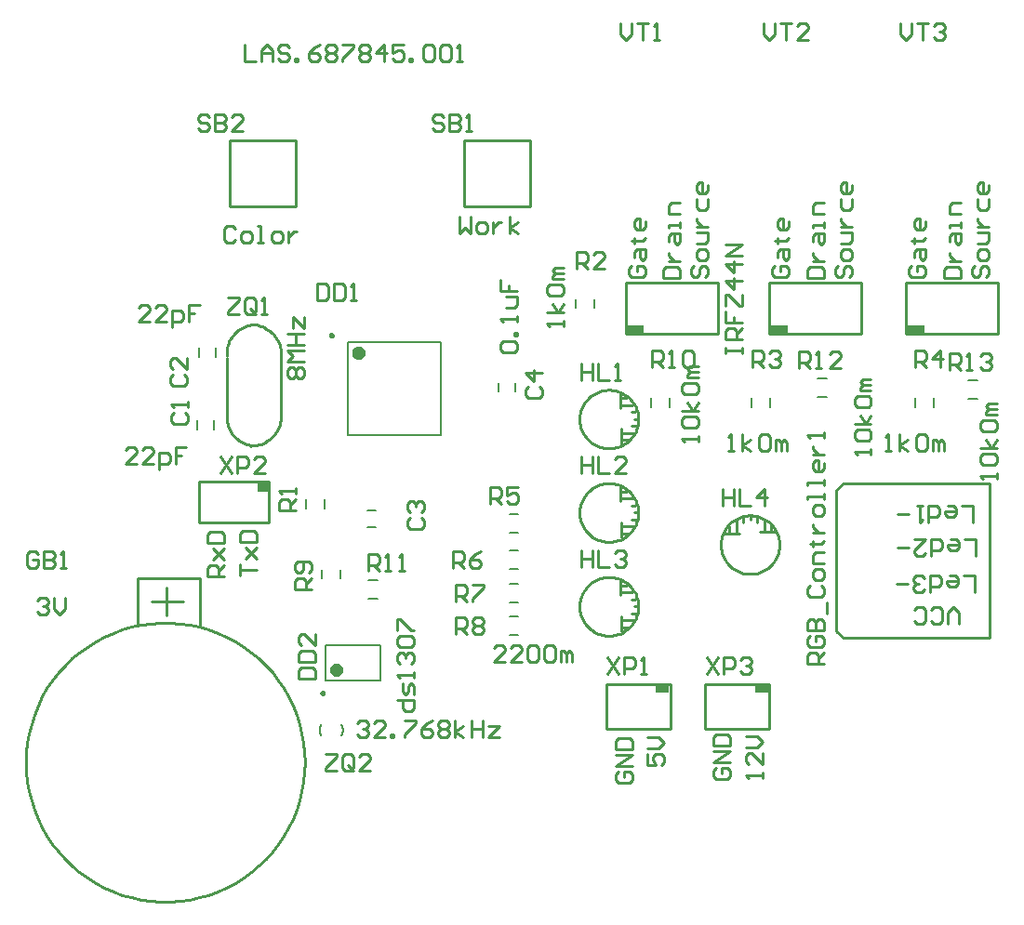
<source format=gto>
%FSTAX24Y24*%
%MOIN*%
%SFA1B1*%

%IPPOS*%
%ADD28C,0.007900*%
%ADD29C,0.023600*%
%ADD30C,0.009800*%
%ADD31C,0.010000*%
%ADD32R,0.040000X0.035000*%
%ADD33R,0.045000X0.025000*%
%ADD34R,0.065000X0.025000*%
%LNpcb181216ver1-1*%
%LPD*%
G54D28*
X01152Y00768D02*
D01*
X011506Y007654*
X011494Y007628*
X011484Y007601*
X011476Y007573*
X01147Y007545*
X011466Y007516*
X011464Y007487*
X011464Y007458*
X011466Y00743*
X01147Y007401*
X011476Y007373*
X011484Y007345*
X011494Y007318*
X011506Y007291*
X01151Y007286*
X012246D02*
D01*
X012258Y007312*
X012268Y007339*
X012277Y007366*
X012283Y007394*
X012288Y007423*
X01229Y007451*
X012291Y00748*
X012289Y007509*
X012286Y007538*
X01228Y007566*
X012273Y007594*
X012263Y007621*
X012252Y007648*
X012239Y007673*
X012236Y00768*
X01322Y012858D02*
X013535D01*
X01322Y012189D02*
X013535D01*
X011543Y012916D02*
Y013231D01*
X012213Y012916D02*
Y013231D01*
X013631Y009243D02*
Y010503D01*
X011663Y009243D02*
Y010503D01*
X013631*
X011663Y009243D02*
X013631D01*
X01827Y010889D02*
X018585D01*
X01827Y011558D02*
X018585D01*
X01827Y012039D02*
X018585D01*
X01827Y012708D02*
X018585D01*
X01827Y013239D02*
X018585D01*
X01827Y013908D02*
X018585D01*
X017883Y019616D02*
Y019931D01*
X018473Y019616D02*
Y019931D01*
X01317Y014757D02*
X013485D01*
X01317Y015348D02*
X013485D01*
X010965Y015433D02*
Y015748D01*
X011634Y015433D02*
Y015748D01*
X007133Y020866D02*
Y021181D01*
X007723Y020866D02*
Y021181D01*
X007673Y018266D02*
Y018581D01*
X007083Y018266D02*
Y018581D01*
X012455Y01805D02*
Y021396D01*
X015801Y01805D02*
Y021396D01*
X012455D02*
X015801D01*
X012455Y01805D02*
X015801D01*
X01827Y014539D02*
X018585D01*
X01827Y015208D02*
X018585D01*
X027613Y019066D02*
Y019381D01*
X026943Y019066D02*
Y019381D01*
X02932Y020089D02*
X029635D01*
X02932Y01942D02*
X029635D01*
X033463Y019066D02*
Y019381D01*
X032793Y019066D02*
Y019381D01*
X03472Y020008D02*
X035035D01*
X03472Y019339D02*
X035035D01*
X020643Y022616D02*
Y022931D01*
X021313Y022616D02*
Y022931D01*
X024013Y019066D02*
Y019381D01*
X023343Y019066D02*
Y019381D01*
G54D29*
X012175Y009637D02*
D01*
X012174Y009645*
X012173Y009653*
X012172Y009661*
X01217Y009669*
X012167Y009677*
X012164Y009684*
X012161Y009692*
X012157Y009699*
X012152Y009706*
X012147Y009712*
X012141Y009718*
X012135Y009724*
X012129Y009729*
X012122Y009734*
X012116Y009739*
X012108Y009743*
X012101Y009746*
X012093Y009749*
X012085Y009751*
X012077Y009753*
X012069Y009754*
X012061Y009754*
X012052*
X012044Y009754*
X012036Y009753*
X012028Y009751*
X01202Y009749*
X012012Y009746*
X012005Y009743*
X011998Y009739*
X011991Y009734*
X011984Y009729*
X011978Y009724*
X011972Y009718*
X011966Y009712*
X011961Y009706*
X011956Y009699*
X011952Y009692*
X011949Y009684*
X011946Y009677*
X011943Y009669*
X011941Y009661*
X01194Y009653*
X011939Y009645*
X011939Y009637*
X011939Y009628*
X01194Y00962*
X011941Y009612*
X011943Y009604*
X011946Y009596*
X011949Y009589*
X011952Y009581*
X011956Y009574*
X011961Y009567*
X011966Y009561*
X011972Y009555*
X011978Y009549*
X011984Y009544*
X011991Y009539*
X011998Y009534*
X012005Y00953*
X012012Y009527*
X01202Y009524*
X012028Y009522*
X012036Y00952*
X012044Y009519*
X012052Y009519*
X012061*
X012069Y009519*
X012077Y00952*
X012085Y009522*
X012093Y009524*
X012101Y009527*
X012108Y00953*
X012116Y009534*
X012122Y009539*
X012129Y009544*
X012135Y009549*
X012141Y009555*
X012147Y009561*
X012152Y009567*
X012157Y009574*
X012161Y009581*
X012164Y009589*
X012167Y009596*
X01217Y009604*
X012172Y009612*
X012173Y00962*
X012174Y009628*
X012175Y009637*
X012967Y021003D02*
D01*
X012966Y021011*
X012965Y021019*
X012964Y021027*
X012962Y021035*
X012959Y021043*
X012956Y02105*
X012953Y021058*
X012949Y021065*
X012944Y021072*
X012939Y021078*
X012933Y021084*
X012927Y02109*
X012921Y021095*
X012914Y0211*
X012908Y021105*
X0129Y021109*
X012893Y021112*
X012885Y021115*
X012877Y021117*
X012869Y021119*
X012861Y02112*
X012853Y02112*
X012844*
X012836Y02112*
X012828Y021119*
X01282Y021117*
X012812Y021115*
X012804Y021112*
X012797Y021109*
X01279Y021105*
X012783Y0211*
X012776Y021095*
X01277Y02109*
X012764Y021084*
X012758Y021078*
X012753Y021072*
X012748Y021065*
X012744Y021058*
X012741Y02105*
X012738Y021043*
X012735Y021035*
X012733Y021027*
X012732Y021019*
X012731Y021011*
X012731Y021003*
X012731Y020994*
X012732Y020986*
X012733Y020978*
X012735Y02097*
X012738Y020962*
X012741Y020955*
X012744Y020947*
X012748Y02094*
X012753Y020933*
X012758Y020927*
X012764Y020921*
X01277Y020915*
X012776Y02091*
X012783Y020905*
X01279Y0209*
X012797Y020896*
X012804Y020893*
X012812Y02089*
X01282Y020888*
X012828Y020886*
X012836Y020885*
X012844Y020885*
X012853*
X012861Y020885*
X012869Y020886*
X012877Y020888*
X012885Y02089*
X012893Y020893*
X0129Y020896*
X012908Y0209*
X012914Y020905*
X012921Y02091*
X012927Y020915*
X012933Y020921*
X012939Y020927*
X012944Y020933*
X012949Y02094*
X012953Y020947*
X012956Y020955*
X012959Y020962*
X012962Y02097*
X012964Y020978*
X012965Y020986*
X012966Y020994*
X012967Y021003*
G54D30*
X011612Y0088D02*
D01*
X011611Y008803*
X011611Y008806*
X01161Y00881*
X01161Y008813*
X011609Y008816*
X011607Y008819*
X011606Y008823*
X011604Y008825*
X011602Y008828*
X0116Y008831*
X011598Y008834*
X011595Y008836*
X011593Y008838*
X01159Y00884*
X011587Y008842*
X011584Y008844*
X011581Y008845*
X011578Y008846*
X011574Y008847*
X011571Y008848*
X011568Y008848*
X011564Y008848*
X011561*
X011557Y008848*
X011554Y008848*
X011551Y008847*
X011547Y008846*
X011544Y008845*
X011541Y008844*
X011538Y008842*
X011535Y00884*
X011532Y008838*
X01153Y008836*
X011527Y008834*
X011525Y008831*
X011523Y008828*
X011521Y008825*
X011519Y008823*
X011518Y008819*
X011516Y008816*
X011515Y008813*
X011515Y00881*
X011514Y008806*
X011514Y008803*
X011514Y0088*
X011514Y008796*
X011514Y008793*
X011515Y008789*
X011515Y008786*
X011516Y008783*
X011518Y00878*
X011519Y008776*
X011521Y008774*
X011523Y008771*
X011525Y008768*
X011527Y008765*
X01153Y008763*
X011532Y008761*
X011535Y008759*
X011538Y008757*
X011541Y008755*
X011544Y008754*
X011547Y008753*
X011551Y008752*
X011554Y008751*
X011557Y008751*
X011561Y008751*
X011564*
X011568Y008751*
X011571Y008751*
X011574Y008752*
X011578Y008753*
X011581Y008754*
X011584Y008755*
X011587Y008757*
X01159Y008759*
X011593Y008761*
X011595Y008763*
X011598Y008765*
X0116Y008768*
X011602Y008771*
X011604Y008774*
X011606Y008776*
X011607Y00878*
X011609Y008783*
X01161Y008786*
X01161Y008789*
X011611Y008793*
X011611Y008796*
X011612Y0088*
X011933Y021633D02*
D01*
X011932Y021636*
X011932Y021639*
X011931Y021643*
X011931Y021646*
X01193Y021649*
X011928Y021652*
X011927Y021656*
X011925Y021658*
X011923Y021661*
X011921Y021664*
X011919Y021667*
X011916Y021669*
X011914Y021671*
X011911Y021673*
X011908Y021675*
X011905Y021677*
X011902Y021678*
X011899Y021679*
X011895Y02168*
X011892Y021681*
X011889Y021681*
X011885Y021681*
X011882*
X011878Y021681*
X011875Y021681*
X011872Y02168*
X011868Y021679*
X011865Y021678*
X011862Y021677*
X011859Y021675*
X011856Y021673*
X011853Y021671*
X011851Y021669*
X011848Y021667*
X011846Y021664*
X011844Y021661*
X011842Y021658*
X01184Y021656*
X011839Y021652*
X011837Y021649*
X011836Y021646*
X011836Y021643*
X011835Y021639*
X011835Y021636*
X011835Y021633*
X011835Y021629*
X011835Y021626*
X011836Y021622*
X011836Y021619*
X011837Y021616*
X011839Y021613*
X01184Y021609*
X011842Y021607*
X011844Y021604*
X011846Y021601*
X011848Y021598*
X011851Y021596*
X011853Y021594*
X011856Y021592*
X011859Y02159*
X011862Y021588*
X011865Y021587*
X011868Y021586*
X011872Y021585*
X011875Y021584*
X011878Y021584*
X011882Y021584*
X011885*
X011889Y021584*
X011892Y021584*
X011895Y021585*
X011899Y021586*
X011902Y021587*
X011905Y021588*
X011908Y02159*
X011911Y021592*
X011914Y021594*
X011916Y021596*
X011919Y021598*
X011921Y021601*
X011923Y021604*
X011925Y021607*
X011927Y021609*
X011928Y021613*
X01193Y021616*
X011931Y021619*
X011931Y021622*
X011932Y021626*
X011932Y021629*
X011933Y021633*
G54D31*
X010928Y006323D02*
D01*
X010915Y006671*
X010879Y007018*
X010818Y007362*
X010734Y007701*
X010626Y008033*
X010495Y008356*
X010342Y00867*
X010168Y008972*
X009973Y009261*
X009758Y009536*
X009524Y009796*
X009273Y010038*
X009006Y010263*
X008723Y010468*
X008428Y010653*
X008119Y010816*
X007801Y010958*
X007473Y011078*
X007137Y011174*
X006796Y011247*
X00645Y011295*
X006102Y011319*
X005753*
X005405Y011295*
X005059Y011247*
X004718Y011174*
X004382Y011078*
X004054Y010958*
X003736Y010816*
X003427Y010653*
X003132Y010468*
X002849Y010263*
X002582Y010038*
X002331Y009796*
X002097Y009536*
X001882Y009261*
X001687Y008972*
X001513Y00867*
X00136Y008356*
X001229Y008033*
X001121Y007701*
X001037Y007362*
X000976Y007018*
X00094Y006671*
X000928Y006323*
X00094Y005974*
X000976Y005627*
X001037Y005283*
X001121Y004944*
X001229Y004612*
X00136Y004289*
X001513Y003975*
X001687Y003673*
X001882Y003384*
X002097Y003109*
X002331Y002849*
X002582Y002607*
X002849Y002382*
X003132Y002177*
X003428Y001992*
X003736Y001829*
X004054Y001687*
X004382Y001567*
X004718Y001471*
X005059Y001398*
X005405Y00135*
X005753Y001326*
X006102*
X00645Y00135*
X006796Y001398*
X007137Y001471*
X007473Y001567*
X007801Y001687*
X008119Y001829*
X008428Y001992*
X008723Y002177*
X009006Y002382*
X009273Y002607*
X009524Y002849*
X009758Y003109*
X009973Y003384*
X010168Y003673*
X010342Y003975*
X010495Y004289*
X010626Y004612*
X010734Y004944*
X010818Y005283*
X010879Y005627*
X010915Y005974*
X010928Y006323*
X022879Y018623D02*
D01*
X022876Y018696*
X022868Y018769*
X022856Y018841*
X022838Y018912*
X022815Y018982*
X022788Y01905*
X022755Y019116*
X022719Y019179*
X022678Y01924*
X022633Y019298*
X022584Y019353*
X022531Y019404*
X022475Y019451*
X022415Y019494*
X022353Y019533*
X022288Y019567*
X022221Y019597*
X022152Y019622*
X022082Y019642*
X02201Y019658*
X021937Y019668*
X021864Y019673*
X021791*
X021718Y019668*
X021645Y019658*
X021573Y019642*
X021503Y019622*
X021434Y019597*
X021367Y019567*
X021302Y019533*
X02124Y019494*
X02118Y019451*
X021124Y019404*
X021071Y019353*
X021022Y019298*
X020977Y01924*
X020936Y019179*
X0209Y019116*
X020867Y01905*
X02084Y018982*
X020817Y018912*
X020799Y018841*
X020787Y018769*
X020779Y018696*
X020777Y018623*
X020779Y018549*
X020787Y018476*
X020799Y018404*
X020817Y018333*
X02084Y018263*
X020867Y018195*
X0209Y018129*
X020936Y018066*
X020977Y018005*
X021022Y017947*
X021071Y017892*
X021124Y017841*
X02118Y017794*
X02124Y017751*
X021302Y017712*
X021367Y017678*
X021434Y017648*
X021503Y017623*
X021573Y017603*
X021645Y017587*
X021718Y017577*
X021791Y017572*
X021864*
X021937Y017577*
X02201Y017587*
X022082Y017603*
X022152Y017623*
X022221Y017648*
X022288Y017678*
X022353Y017712*
X022415Y017751*
X022475Y017794*
X022531Y017841*
X022584Y017892*
X022633Y017947*
X022678Y018005*
X022719Y018066*
X022755Y018129*
X022788Y018195*
X022815Y018263*
X022838Y018333*
X022856Y018404*
X022868Y018476*
X022876Y018549*
X022879Y018623*
Y015273D02*
D01*
X022876Y015346*
X022868Y015419*
X022856Y015491*
X022838Y015562*
X022815Y015632*
X022788Y0157*
X022755Y015766*
X022719Y015829*
X022678Y01589*
X022633Y015948*
X022584Y016003*
X022531Y016054*
X022475Y016101*
X022415Y016144*
X022353Y016183*
X022288Y016217*
X022221Y016247*
X022152Y016272*
X022082Y016292*
X02201Y016308*
X021937Y016318*
X021864Y016323*
X021791*
X021718Y016318*
X021645Y016308*
X021573Y016292*
X021503Y016272*
X021434Y016247*
X021367Y016217*
X021302Y016183*
X02124Y016144*
X02118Y016101*
X021124Y016054*
X021071Y016003*
X021022Y015948*
X020977Y01589*
X020936Y015829*
X0209Y015766*
X020867Y0157*
X02084Y015632*
X020817Y015562*
X020799Y015491*
X020787Y015419*
X020779Y015346*
X020777Y015273*
X020779Y015199*
X020787Y015126*
X020799Y015054*
X020817Y014983*
X02084Y014913*
X020867Y014845*
X0209Y014779*
X020936Y014716*
X020977Y014655*
X021022Y014597*
X021071Y014542*
X021124Y014491*
X02118Y014444*
X02124Y014401*
X021302Y014362*
X021367Y014328*
X021434Y014298*
X021503Y014273*
X021573Y014253*
X021645Y014237*
X021718Y014227*
X021791Y014222*
X021864*
X021937Y014227*
X02201Y014237*
X022082Y014253*
X022152Y014273*
X022221Y014298*
X022288Y014328*
X022353Y014362*
X022415Y014401*
X022475Y014444*
X022531Y014491*
X022584Y014542*
X022633Y014597*
X022678Y014655*
X022719Y014716*
X022755Y014779*
X022788Y014845*
X022815Y014913*
X022838Y014983*
X022856Y015054*
X022868Y015126*
X022876Y015199*
X022879Y015273*
Y01191D02*
D01*
X022876Y011983*
X022868Y012056*
X022856Y012128*
X022838Y012199*
X022815Y012269*
X022788Y012337*
X022755Y012403*
X022719Y012466*
X022678Y012527*
X022633Y012585*
X022584Y01264*
X022531Y012691*
X022475Y012738*
X022415Y012781*
X022353Y01282*
X022288Y012854*
X022221Y012884*
X022152Y012909*
X022082Y012929*
X02201Y012945*
X021937Y012955*
X021864Y01296*
X021791*
X021718Y012955*
X021645Y012945*
X021573Y012929*
X021503Y012909*
X021434Y012884*
X021367Y012854*
X021302Y01282*
X02124Y012781*
X02118Y012738*
X021124Y012691*
X021071Y01264*
X021022Y012585*
X020977Y012527*
X020936Y012466*
X0209Y012403*
X020867Y012337*
X02084Y012269*
X020817Y012199*
X020799Y012128*
X020787Y012056*
X020779Y011983*
X020777Y01191*
X020779Y011836*
X020787Y011763*
X020799Y011691*
X020817Y01162*
X02084Y01155*
X020867Y011482*
X0209Y011416*
X020936Y011353*
X020977Y011292*
X021022Y011234*
X021071Y011179*
X021124Y011128*
X02118Y011081*
X02124Y011038*
X021302Y010999*
X021367Y010965*
X021434Y010935*
X021503Y01091*
X021573Y01089*
X021645Y010874*
X021718Y010864*
X021791Y010859*
X021864*
X021937Y010864*
X02201Y010874*
X022082Y01089*
X022152Y01091*
X022221Y010935*
X022288Y010965*
X022353Y010999*
X022415Y011038*
X022475Y011081*
X022531Y011128*
X022584Y011179*
X022633Y011234*
X022678Y011292*
X022719Y011353*
X022755Y011416*
X022788Y011482*
X022815Y01155*
X022838Y01162*
X022856Y011691*
X022868Y011763*
X022876Y011836*
X022879Y01191*
X009078Y022023D02*
D01*
X009004Y022013*
X008932Y021998*
X008861Y021979*
X008792Y021954*
X008724Y021925*
X008659Y021891*
X008596Y021853*
X008536Y02181*
X008479Y021763*
X008426Y021713*
X008376Y021658*
X00833Y021601*
X008289Y02154*
X008251Y021477*
X008218Y021411*
X00819Y021343*
X008166Y021273*
X008148Y021202*
X008134Y021129*
X008126Y021056*
X008123Y020983*
X008125Y020909*
X008128Y020873*
X010078Y020823D02*
D01*
X010082Y020899*
X010081Y020977*
X010074Y021053*
X010062Y02113*
X010045Y021205*
X010023Y021279*
X009996Y021351*
X009963Y021421*
X009926Y021488*
X009884Y021553*
X009838Y021615*
X009788Y021673*
X009734Y021728*
X009676Y021779*
X009614Y021825*
X00955Y021867*
X009482Y021905*
X009413Y021938*
X009341Y021966*
X009267Y021988*
X009192Y022006*
X009116Y022018*
X009039Y022025*
X008978Y022028*
Y017669D02*
D01*
X009055Y017671*
X009131Y017679*
X009207Y017693*
X009282Y017711*
X009355Y017735*
X009427Y017764*
X009496Y017798*
X009563Y017836*
X009627Y01788*
X009688Y017927*
X009745Y017979*
X009799Y018034*
X009848Y018093*
X009894Y018156*
X009934Y018221*
X009971Y018289*
X010002Y01836*
X010028Y018432*
X01005Y018506*
X010066Y018582*
X010076Y018658*
X010082Y018735*
Y018812*
X010078Y018873*
X008128Y018823D02*
D01*
X008123Y018749*
X008124Y018675*
X00813Y018602*
X008141Y018529*
X008157Y018457*
X008178Y018387*
X008203Y018318*
X008234Y018251*
X008269Y018186*
X008309Y018124*
X008353Y018065*
X008401Y018009*
X008452Y017957*
X008507Y017908*
X008566Y017863*
X008627Y017823*
X008691Y017786*
X008758Y017755*
X008826Y017728*
X008897Y017706*
X008968Y017689*
X009041Y017677*
X009078Y017673*
X027941Y014122D02*
D01*
X027938Y014195*
X02793Y014268*
X027918Y01434*
X0279Y014411*
X027877Y014481*
X02785Y014549*
X027817Y014615*
X027781Y014678*
X02774Y014739*
X027695Y014797*
X027646Y014852*
X027593Y014903*
X027537Y01495*
X027477Y014993*
X027415Y015032*
X02735Y015066*
X027283Y015096*
X027214Y015121*
X027144Y015141*
X027072Y015157*
X026999Y015167*
X026926Y015172*
X026853*
X02678Y015167*
X026707Y015157*
X026635Y015141*
X026565Y015121*
X026496Y015096*
X026429Y015066*
X026364Y015032*
X026302Y014993*
X026242Y01495*
X026186Y014903*
X026133Y014852*
X026084Y014797*
X026039Y014739*
X025998Y014678*
X025962Y014615*
X025929Y014549*
X025902Y014481*
X025879Y014411*
X025861Y01434*
X025849Y014268*
X025841Y014195*
X025839Y014122*
X025841Y014048*
X025849Y013975*
X025861Y013903*
X025879Y013832*
X025902Y013762*
X025929Y013694*
X025962Y013628*
X025998Y013565*
X026039Y013504*
X026084Y013446*
X026133Y013391*
X026186Y01334*
X026242Y013293*
X026302Y01325*
X026364Y013211*
X026429Y013177*
X026496Y013147*
X026565Y013122*
X026635Y013102*
X026707Y013086*
X02678Y013076*
X026853Y013071*
X026926*
X026999Y013076*
X027072Y013086*
X027144Y013102*
X027214Y013122*
X027283Y013147*
X02735Y013177*
X027415Y013211*
X027477Y01325*
X027537Y013293*
X027593Y01334*
X027646Y013391*
X027695Y013446*
X02774Y013504*
X027781Y013565*
X027817Y013628*
X02785Y013694*
X027877Y013762*
X0279Y013832*
X027918Y013903*
X02793Y013975*
X027938Y014048*
X027941Y014122*
X029978Y011023D02*
Y016023D01*
Y016073*
X030228Y016323*
X035478*
Y010773D02*
Y016323D01*
X030228Y010773D02*
X035478D01*
X029978Y011023D02*
X030228Y010773D01*
X007128Y014923D02*
X009628D01*
X007128D02*
Y016373D01*
X009628*
Y014923D02*
Y016373D01*
X021728Y007523D02*
X024028D01*
X021728D02*
Y009123D01*
X024028*
Y007523D02*
Y009123D01*
X004928Y011223D02*
Y012923D01*
X007178*
Y011173D02*
Y012923D01*
X005428Y012073D02*
X006578D01*
X005978Y011573D02*
Y012573D01*
X025278Y007523D02*
X027578D01*
X025278D02*
Y009123D01*
X027578*
Y007523D02*
Y009123D01*
X022228Y019373D02*
X022478D01*
X022228Y019123D02*
X022678D01*
X022628Y018873D02*
X022778D01*
X022728Y018623D02*
X022879D01*
X022628Y018373D02*
X022828D01*
X022328Y018123D02*
X022728D01*
X022278Y017873D02*
X022528D01*
X022278Y017723D02*
Y018273D01*
X022228Y019023D02*
Y019573D01*
Y016023D02*
X022478D01*
X022228Y015773D02*
X022678D01*
X022628Y015523D02*
X022778D01*
X022728Y015273D02*
X022879D01*
X022628Y015023D02*
X022828D01*
X022328Y014773D02*
X022728D01*
X022278Y014523D02*
X022528D01*
X022278Y014373D02*
Y014923D01*
X022228Y015673D02*
Y016223D01*
Y01266D02*
X022478D01*
X022228Y01241D02*
X022678D01*
X022628Y01216D02*
X022778D01*
X022728Y01191D02*
X022879D01*
X022628Y01166D02*
X022828D01*
X022328Y01141D02*
X022728D01*
X022278Y01116D02*
X022528D01*
X022278Y01101D02*
Y01156D01*
X022228Y01231D02*
Y01286D01*
X010078Y018873D02*
Y020873D01*
X008128Y018823D02*
Y020823D01*
X02614Y014522D02*
Y014772D01*
X02639Y014972D02*
Y014522D01*
X02664Y014922D02*
Y015072D01*
X02689Y015022D02*
Y015173D01*
X02714Y014922D02*
Y015122D01*
X02739Y014622D02*
Y015022D01*
X02764Y014822D02*
Y014572D01*
X02724D02*
X02779D01*
X02594Y014522D02*
X02649D01*
X027578Y023523D02*
X028778D01*
X027578Y021673D02*
Y023523D01*
Y021673D02*
X030878D01*
Y023523*
X028778D02*
X030878D01*
X016647Y026242D02*
X017828D01*
X019009*
Y028604D02*
Y027423D01*
Y026242D02*
Y027423D01*
X016647Y028604D02*
X017828D01*
X019009*
X016647Y026242D02*
Y027423D01*
Y028604*
X009428D02*
X010609D01*
X008247D02*
X009428D01*
X008247Y027423D02*
Y026242D01*
Y027423D02*
Y028604D01*
X009428Y026242D02*
X010609D01*
X008247D02*
X009428D01*
X010609Y027423D02*
Y028604D01*
Y026242D02*
Y027423D01*
X032478Y023523D02*
X033678D01*
X032478Y021673D02*
Y023523D01*
Y021673D02*
X035778D01*
Y023523*
X033678D02*
X035778D01*
X022428D02*
X023628D01*
X022428Y021673D02*
Y023523D01*
Y021673D02*
X025728D01*
Y023523*
X023628D02*
X025728D01*
X013189Y013189D02*
Y013789D01*
X013489*
X013589Y013689*
Y013489*
X013489Y013389*
X013189*
X013389D02*
X013589Y013189D01*
X013789D02*
X013989D01*
X013889*
Y013789*
X013789Y013689*
X014289Y013189D02*
X014489D01*
X014389*
Y013789*
X014289Y013689*
X011178Y012523D02*
X010578D01*
Y012823*
X010678Y012923*
X010878*
X010978Y012823*
Y012523*
Y012723D02*
X011178Y012923D01*
X011078Y013123D02*
X011178Y013223D01*
Y013423*
X011078Y013523*
X010678*
X010578Y013423*
Y013223*
X010678Y013123*
X010778*
X010878Y013223*
Y013523*
X011678Y006623D02*
X012078D01*
Y006523*
X011678Y006123*
Y006023*
X012078*
X012678Y006123D02*
Y006523D01*
X012578Y006623*
X012378*
X012278Y006523*
Y006123*
X012378Y006023*
X012578*
X012478Y006223D02*
X012678Y006023D01*
X012578D02*
X012678Y006123D01*
X013277Y006023D02*
X012878D01*
X013277Y006423*
Y006523*
X013177Y006623*
X012978*
X012878Y006523*
X008173Y022978D02*
X008573D01*
Y022878*
X008173Y022478*
Y022378*
X008573*
X009173Y022478D02*
Y022878D01*
X009073Y022978*
X008873*
X008773Y022878*
Y022478*
X008873Y022378*
X009073*
X008973Y022578D02*
X009173Y022378D01*
X009073D02*
X009173Y022478D01*
X009373Y022378D02*
X009572D01*
X009473*
Y022978*
X009373Y022878*
X025328Y010073D02*
X025728Y009473D01*
Y010073D02*
X025328Y009473D01*
X025928D02*
Y010073D01*
X026228*
X026328Y009973*
Y009773*
X026228Y009673*
X025928*
X026528Y009973D02*
X026628Y010073D01*
X026827*
X026927Y009973*
Y009873*
X026827Y009773*
X026727*
X026827*
X026927Y009673*
Y009573*
X026827Y009473*
X026628*
X026528Y009573*
X007913Y017293D02*
X008313Y016693D01*
Y017293D02*
X007913Y016693D01*
X008513D02*
Y017293D01*
X008813*
X008913Y017193*
Y016993*
X008813Y016893*
X008513*
X009513Y016693D02*
X009113D01*
X009513Y017093*
Y017193*
X009413Y017293*
X009213*
X009113Y017193*
X021778Y010073D02*
X022178Y009473D01*
Y010073D02*
X021778Y009473D01*
X022378D02*
Y010073D01*
X022678*
X022778Y009973*
Y009773*
X022678Y009673*
X022378*
X022978Y009473D02*
X023177D01*
X023078*
Y010073*
X022978Y009973*
X032283Y032818D02*
Y032418D01*
X032483Y032218*
X032683Y032418*
Y032818*
X032883D02*
X033283D01*
X033083*
Y032218*
X033483Y032718D02*
X033583Y032818D01*
X033782*
X033882Y032718*
Y032618*
X033782Y032518*
X033682*
X033782*
X033882Y032418*
Y032318*
X033782Y032218*
X033583*
X033483Y032318*
X027383Y032818D02*
Y032418D01*
X027583Y032218*
X027783Y032418*
Y032818*
X027983D02*
X028383D01*
X028183*
Y032218*
X028982D02*
X028583D01*
X028982Y032618*
Y032718*
X028882Y032818*
X028683*
X028583Y032718*
X022233Y032818D02*
Y032418D01*
X022433Y032218*
X022633Y032418*
Y032818*
X022833D02*
X023233D01*
X023033*
Y032218*
X023433D02*
X023633D01*
X023533*
Y032818*
X023433Y032718*
X007498Y029453D02*
X007398Y029553D01*
X007198*
X007098Y029453*
Y029353*
X007198Y029253*
X007398*
X007498Y029153*
Y029053*
X007398Y028953*
X007198*
X007098Y029053*
X007698Y029553D02*
Y028953D01*
X007998*
X008098Y029053*
Y029153*
X007998Y029253*
X007698*
X007998*
X008098Y029353*
Y029453*
X007998Y029553*
X007698*
X008697Y028953D02*
X008298D01*
X008697Y029353*
Y029453*
X008597Y029553*
X008398*
X008298Y029453*
X015898D02*
X015798Y029553D01*
X015598*
X015498Y029453*
Y029353*
X015598Y029253*
X015798*
X015898Y029153*
Y029053*
X015798Y028953*
X015598*
X015498Y029053*
X016098Y029553D02*
Y028953D01*
X016398*
X016498Y029053*
Y029153*
X016398Y029253*
X016098*
X016398*
X016498Y029353*
Y029453*
X016398Y029553*
X016098*
X016698Y028953D02*
X016897D01*
X016798*
Y029553*
X016698Y029453*
X029528Y009843D02*
X028928D01*
Y010142*
X029028Y010242*
X029228*
X029328Y010142*
Y009843*
Y010042D02*
X029528Y010242D01*
X029028Y010842D02*
X028928Y010742D01*
Y010542*
X029028Y010442*
X029428*
X029528Y010542*
Y010742*
X029428Y010842*
X029228*
Y010642*
X028928Y011042D02*
X029528D01*
Y011342*
X029428Y011442*
X029328*
X029228Y011342*
Y011042*
Y011342*
X029128Y011442*
X029028*
X028928Y011342*
Y011042*
X029628Y011642D02*
Y012042D01*
X029028Y012642D02*
X028928Y012542D01*
Y012342*
X029028Y012242*
X029428*
X029528Y012342*
Y012542*
X029428Y012642*
X029528Y012942D02*
Y013141D01*
X029428Y013241*
X029228*
X029128Y013141*
Y012942*
X029228Y012842*
X029428*
X029528Y012942*
Y013441D02*
X029128D01*
Y013741*
X029228Y013841*
X029528*
X029028Y014141D02*
X029128D01*
Y014041*
Y014241*
Y014141*
X029428*
X029528Y014241*
X029128Y014541D02*
X029528D01*
X029328*
X029228Y014641*
X029128Y014741*
Y014841*
X029528Y015241D02*
Y015441D01*
X029428Y015541*
X029228*
X029128Y015441*
Y015241*
X029228Y015141*
X029428*
X029528Y015241*
Y015741D02*
Y015941D01*
Y015841*
X028928*
Y015741*
X029528Y01624D02*
Y01644D01*
Y01634*
X028928*
Y01624*
X029528Y01704D02*
Y01684D01*
X029428Y01674*
X029228*
X029128Y01684*
Y01704*
X029228Y01714*
X029328*
Y01674*
X029128Y01734D02*
X029528D01*
X029328*
X029228Y01744*
X029128Y01754*
Y01764*
X029528Y01794D02*
Y01814D01*
Y01804*
X028928*
X029028Y01794*
X034028Y020383D02*
Y020983D01*
X034328*
X034428Y020883*
Y020683*
X034328Y020583*
X034028*
X034228D02*
X034428Y020383D01*
X034628D02*
X034828D01*
X034728*
Y020983*
X034628Y020883*
X035128D02*
X035228Y020983D01*
X035427*
X035527Y020883*
Y020783*
X035427Y020683*
X035328*
X035427*
X035527Y020583*
Y020483*
X035427Y020383*
X035228*
X035128Y020483*
X028628Y020465D02*
Y021065D01*
X028928*
X029028Y020965*
Y020765*
X028928Y020665*
X028628*
X028828D02*
X029028Y020465D01*
X029228D02*
X029428D01*
X029328*
Y021065*
X029228Y020965*
X030127Y020465D02*
X029728D01*
X030127Y020865*
Y020965*
X030027Y021065*
X029828*
X029728Y020965*
X023368Y020473D02*
Y021073D01*
X023668*
X023768Y020973*
Y020773*
X023668Y020673*
X023368*
X023568D02*
X023768Y020473D01*
X023968D02*
X024168D01*
X024068*
Y021073*
X023968Y020973*
X024468D02*
X024568Y021073D01*
X024767*
X024867Y020973*
Y020573*
X024767Y020473*
X024568*
X024468Y020573*
Y020973*
X016328Y010923D02*
Y011523D01*
X016628*
X016728Y011423*
Y011223*
X016628Y011123*
X016328*
X016528D02*
X016728Y010923D01*
X016928Y011423D02*
X017028Y011523D01*
X017228*
X017328Y011423*
Y011323*
X017228Y011223*
X017328Y011123*
Y011023*
X017228Y010923*
X017028*
X016928Y011023*
Y011123*
X017028Y011223*
X016928Y011323*
Y011423*
X017028Y011223D02*
X017228D01*
X016328Y012073D02*
Y012673D01*
X016628*
X016728Y012573*
Y012373*
X016628Y012273*
X016328*
X016528D02*
X016728Y012073D01*
X016928Y012673D02*
X017328D01*
Y012573*
X016928Y012173*
Y012073*
X016228Y013273D02*
Y013873D01*
X016528*
X016628Y013773*
Y013573*
X016528Y013473*
X016228*
X016428D02*
X016628Y013273D01*
X017228Y013873D02*
X017028Y013773D01*
X016828Y013573*
Y013373*
X016928Y013273*
X017128*
X017228Y013373*
Y013473*
X017128Y013573*
X016828*
X017578Y015583D02*
Y016183D01*
X017878*
X017978Y016083*
Y015883*
X017878Y015783*
X017578*
X017778D02*
X017978Y015583D01*
X018578Y016183D02*
X018178D01*
Y015883*
X018378Y015983*
X018478*
X018578Y015883*
Y015683*
X018478Y015583*
X018278*
X018178Y015683*
X032818Y020473D02*
Y021073D01*
X033118*
X033218Y020973*
Y020773*
X033118Y020673*
X032818*
X033018D02*
X033218Y020473D01*
X033718D02*
Y021073D01*
X033418Y020773*
X033818*
X026968Y020473D02*
Y021073D01*
X027268*
X027368Y020973*
Y020773*
X027268Y020673*
X026968*
X027168D02*
X027368Y020473D01*
X027568Y020973D02*
X027668Y021073D01*
X027868*
X027968Y020973*
Y020873*
X027868Y020773*
X027768*
X027868*
X027968Y020673*
Y020573*
X027868Y020473*
X027668*
X027568Y020573*
X020668Y024023D02*
Y024623D01*
X020968*
X021068Y024523*
Y024323*
X020968Y024223*
X020668*
X020868D02*
X021068Y024023D01*
X021668D02*
X021268D01*
X021668Y024423*
Y024523*
X021568Y024623*
X021368*
X021268Y024523*
X010599Y015341D02*
X009999D01*
Y01564*
X010099Y01574*
X010299*
X010399Y01564*
Y015341*
Y01554D02*
X010599Y01574D01*
Y01594D02*
Y01614D01*
Y01604*
X009999*
X010099Y01594*
X025893Y016126D02*
Y015526D01*
Y015826*
X026293*
Y016126*
Y015526*
X026493Y016126D02*
Y015526D01*
X026893*
X027392D02*
Y016126D01*
X027093Y015826*
X027492*
X020823Y013915D02*
Y013315D01*
Y013615*
X021223*
Y013915*
Y013315*
X021423Y013915D02*
Y013315D01*
X021823*
X022023Y013815D02*
X022123Y013915D01*
X022322*
X022422Y013815*
Y013715*
X022322Y013615*
X022222*
X022322*
X022422Y013515*
Y013415*
X022322Y013315*
X022123*
X022023Y013415*
X020823Y017278D02*
Y016678D01*
Y016978*
X021223*
Y017278*
Y016678*
X021423Y017278D02*
Y016678D01*
X021823*
X022422D02*
X022023D01*
X022422Y017078*
Y017178*
X022322Y017278*
X022123*
X022023Y017178*
X020823Y020628D02*
Y020028D01*
Y020328*
X021223*
Y020628*
Y020028*
X021423Y020628D02*
Y020028D01*
X021823*
X022023D02*
X022222D01*
X022123*
Y020628*
X022023Y020528*
X001373Y013778D02*
X001273Y013878D01*
X001073*
X000973Y013778*
Y013378*
X001073Y013278*
X001273*
X001373Y013378*
Y013578*
X001173*
X001573Y013878D02*
Y013278D01*
X001873*
X001973Y013378*
Y013478*
X001873Y013578*
X001573*
X001873*
X001973Y013678*
Y013778*
X001873Y013878*
X001573*
X002173Y013278D02*
X002373D01*
X002273*
Y013878*
X002173Y013778*
X010697Y009323D02*
X011297D01*
Y009623*
X011197Y009723*
X010797*
X010697Y009623*
Y009323*
Y009923D02*
X011297D01*
Y010223*
X011197Y010323*
X010797*
X010697Y010223*
Y009923*
X011297Y010923D02*
Y010523D01*
X010897Y010923*
X010797*
X010697Y010823*
Y010623*
X010797Y010523*
X011378Y023473D02*
Y022873D01*
X011678*
X011778Y022973*
Y023373*
X011678Y023473*
X011378*
X011978D02*
Y022873D01*
X012278*
X012378Y022973*
Y023373*
X012278Y023473*
X011978*
X012578Y022873D02*
X012778D01*
X012678*
Y023473*
X012578Y023373*
X018928Y019773D02*
X018828Y019673D01*
Y019473*
X018928Y019373*
X019328*
X019428Y019473*
Y019673*
X019328Y019773*
X019428Y020273D02*
X018828D01*
X019128Y019973*
Y020373*
X014697Y015085D02*
X014597Y014985D01*
Y014785*
X014697Y014685*
X015097*
X015197Y014785*
Y014985*
X015097Y015085*
X014697Y015285D02*
X014597Y015385D01*
Y015585*
X014697Y015685*
X014797*
X014897Y015585*
Y015485*
Y015585*
X014997Y015685*
X015097*
X015197Y015585*
Y015385*
X015097Y015285*
X006193Y020203D02*
X006093Y020103D01*
Y019903*
X006193Y019803*
X006593*
X006693Y019903*
Y020103*
X006593Y020203*
X006693Y020803D02*
Y020403D01*
X006293Y020803*
X006193*
X006093Y020703*
Y020503*
X006193Y020403*
X006232Y018864D02*
X006132Y018764D01*
Y018565*
X006232Y018465*
X006632*
X006732Y018565*
Y018764*
X006632Y018864*
X006732Y019064D02*
Y019264D01*
Y019164*
X006132*
X006232Y019064*
X034878Y014923D02*
Y015523D01*
X034478*
X033978D02*
X034178D01*
X034278Y015423*
Y015223*
X034178Y015123*
X033978*
X033878Y015223*
Y015323*
X034278*
X033278Y014923D02*
Y015523D01*
X033578*
X033678Y015423*
Y015223*
X033578Y015123*
X033278*
X033079Y015523D02*
X032879D01*
X032979*
Y014923*
X033079Y015023*
X032579Y015223D02*
X032179D01*
X034978Y013723D02*
Y014323D01*
X034578*
X034078D02*
X034278D01*
X034378Y014223*
Y014023*
X034278Y013923*
X034078*
X033978Y014023*
Y014123*
X034378*
X033378Y013723D02*
Y014323D01*
X033678*
X033778Y014223*
Y014023*
X033678Y013923*
X033378*
X032779Y014323D02*
X033179D01*
X032779Y013923*
Y013823*
X032879Y013723*
X033079*
X033179Y013823*
X032579Y014023D02*
X032179D01*
X034928Y012423D02*
Y013023D01*
X034528*
X034028D02*
X034228D01*
X034328Y012923*
Y012723*
X034228Y012623*
X034028*
X033928Y012723*
Y012823*
X034328*
X033328Y012423D02*
Y013023D01*
X033628*
X033728Y012923*
Y012723*
X033628Y012623*
X033328*
X033129Y012523D02*
X033029Y012423D01*
X032829*
X032729Y012523*
Y012623*
X032829Y012723*
X032929*
X032829*
X032729Y012823*
Y012923*
X032829Y013023*
X033029*
X033129Y012923*
X032529Y012723D02*
X032129D01*
X034378Y011273D02*
Y011673D01*
X034178Y011873*
X033978Y011673*
Y011273*
X033378Y011373D02*
X033478Y011273D01*
X033678*
X033778Y011373*
Y011773*
X033678Y011873*
X033478*
X033378Y011773*
X032778Y011373D02*
X032878Y011273D01*
X033078*
X033178Y011373*
Y011773*
X033078Y011873*
X032878*
X032778Y011773*
X030028Y024123D02*
X029928Y024023D01*
Y023823*
X030028Y023723*
X030128*
X030228Y023823*
Y024023*
X030328Y024123*
X030428*
X030528Y024023*
Y023823*
X030428Y023723*
X030528Y024423D02*
Y024623D01*
X030428Y024723*
X030228*
X030128Y024623*
Y024423*
X030228Y024323*
X030428*
X030528Y024423*
X030128Y024923D02*
X030428D01*
X030528Y025023*
Y025323*
X030128*
Y025523D02*
X030528D01*
X030328*
X030228Y025623*
X030128Y025723*
Y025823*
Y026522D02*
Y026222D01*
X030228Y026122*
X030428*
X030528Y026222*
Y026522*
Y027022D02*
Y026822D01*
X030428Y026722*
X030228*
X030128Y026822*
Y027022*
X030228Y027122*
X030328*
Y026722*
X028928Y023673D02*
X029528D01*
Y023973*
X029428Y024073*
X029028*
X028928Y023973*
Y023673*
X029128Y024273D02*
X029528D01*
X029328*
X029228Y024373*
X029128Y024473*
Y024573*
Y024973D02*
Y025173D01*
X029228Y025273*
X029528*
Y024973*
X029428Y024873*
X029328Y024973*
Y025273*
X029528Y025473D02*
Y025673D01*
Y025573*
X029128*
Y025473*
X029528Y025972D02*
X029128D01*
Y026272*
X029228Y026372*
X029528*
X027778Y024123D02*
X027678Y024023D01*
Y023823*
X027778Y023723*
X028178*
X028278Y023823*
Y024023*
X028178Y024123*
X027978*
Y023923*
X027878Y024423D02*
Y024623D01*
X027978Y024723*
X028278*
Y024423*
X028178Y024323*
X028078Y024423*
Y024723*
X027778Y025023D02*
X027878D01*
Y024923*
Y025123*
Y025023*
X028178*
X028278Y025123*
Y025723D02*
Y025523D01*
X028178Y025423*
X027978*
X027878Y025523*
Y025723*
X027978Y025823*
X028078*
Y025423*
X034928Y024123D02*
X034828Y024023D01*
Y023823*
X034928Y023723*
X035028*
X035128Y023823*
Y024023*
X035228Y024123*
X035328*
X035428Y024023*
Y023823*
X035328Y023723*
X035428Y024423D02*
Y024623D01*
X035328Y024723*
X035128*
X035028Y024623*
Y024423*
X035128Y024323*
X035328*
X035428Y024423*
X035028Y024923D02*
X035328D01*
X035428Y025023*
Y025323*
X035028*
Y025523D02*
X035428D01*
X035228*
X035128Y025623*
X035028Y025723*
Y025823*
Y026522D02*
Y026222D01*
X035128Y026122*
X035328*
X035428Y026222*
Y026522*
Y027022D02*
Y026822D01*
X035328Y026722*
X035128*
X035028Y026822*
Y027022*
X035128Y027122*
X035228*
Y026722*
X033828Y023673D02*
X034428D01*
Y023973*
X034328Y024073*
X033928*
X033828Y023973*
Y023673*
X034028Y024273D02*
X034428D01*
X034228*
X034128Y024373*
X034028Y024473*
Y024573*
Y024973D02*
Y025173D01*
X034128Y025273*
X034428*
Y024973*
X034328Y024873*
X034228Y024973*
Y025273*
X034428Y025473D02*
Y025673D01*
Y025573*
X034028*
Y025473*
X034428Y025972D02*
X034028D01*
Y026272*
X034128Y026372*
X034428*
X032678Y024123D02*
X032578Y024023D01*
Y023823*
X032678Y023723*
X033078*
X033178Y023823*
Y024023*
X033078Y024123*
X032878*
Y023923*
X032778Y024423D02*
Y024623D01*
X032878Y024723*
X033178*
Y024423*
X033078Y024323*
X032978Y024423*
Y024723*
X032678Y025023D02*
X032778D01*
Y024923*
Y025123*
Y025023*
X033078*
X033178Y025123*
Y025723D02*
Y025523D01*
X033078Y025423*
X032878*
X032778Y025523*
Y025723*
X032878Y025823*
X032978*
Y025423*
X024878Y024123D02*
X024778Y024023D01*
Y023823*
X024878Y023723*
X024978*
X025078Y023823*
Y024023*
X025178Y024123*
X025278*
X025378Y024023*
Y023823*
X025278Y023723*
X025378Y024423D02*
Y024623D01*
X025278Y024723*
X025078*
X024978Y024623*
Y024423*
X025078Y024323*
X025278*
X025378Y024423*
X024978Y024923D02*
X025278D01*
X025378Y025023*
Y025323*
X024978*
Y025523D02*
X025378D01*
X025178*
X025078Y025623*
X024978Y025723*
Y025823*
Y026522D02*
Y026222D01*
X025078Y026122*
X025278*
X025378Y026222*
Y026522*
Y027022D02*
Y026822D01*
X025278Y026722*
X025078*
X024978Y026822*
Y027022*
X025078Y027122*
X025178*
Y026722*
X023778Y023673D02*
X024378D01*
Y023973*
X024278Y024073*
X023878*
X023778Y023973*
Y023673*
X023978Y024273D02*
X024378D01*
X024178*
X024078Y024373*
X023978Y024473*
Y024573*
Y024973D02*
Y025173D01*
X024078Y025273*
X024378*
Y024973*
X024278Y024873*
X024178Y024973*
Y025273*
X024378Y025473D02*
Y025673D01*
Y025573*
X023978*
Y025473*
X024378Y025972D02*
X023978D01*
Y026272*
X024078Y026372*
X024378*
X022628Y024123D02*
X022528Y024023D01*
Y023823*
X022628Y023723*
X023028*
X023128Y023823*
Y024023*
X023028Y024123*
X022828*
Y023923*
X022728Y024423D02*
Y024623D01*
X022828Y024723*
X023128*
Y024423*
X023028Y024323*
X022928Y024423*
Y024723*
X022628Y025023D02*
X022728D01*
Y024923*
Y025123*
Y025023*
X023028*
X023128Y025123*
Y025723D02*
Y025523D01*
X023028Y025423*
X022828*
X022728Y025523*
Y025723*
X022828Y025823*
X022928*
Y025423*
X022177Y00599D02*
X022077Y00589D01*
Y005691*
X022177Y005591*
X022577*
X022677Y005691*
Y00589*
X022577Y00599*
X022377*
Y00579*
X022677Y00619D02*
X022077D01*
X022677Y00659*
X022077*
Y00679D02*
X022677D01*
Y00709*
X022577Y00719*
X022177*
X022077Y00709*
Y00679*
X023219Y00662D02*
Y00622D01*
X023519*
X023419Y00642*
Y00652*
X023519Y00662*
X023719*
X023819Y00652*
Y00632*
X023719Y00622*
X023219Y00682D02*
X023619D01*
X023819Y00702*
X023619Y00722*
X023219*
X027323Y005748D02*
Y005948D01*
Y005848*
X026723*
X026823Y005748*
X027323Y006648D02*
Y006248D01*
X026923Y006648*
X026823*
X026723Y006548*
Y006348*
X026823Y006248*
X026723Y006848D02*
X027123D01*
X027323Y007048*
X027123Y007248*
X026723*
X025681Y006109D02*
X025581Y006009D01*
Y005809*
X025681Y005709*
X026081*
X026181Y005809*
Y006009*
X026081Y006109*
X025881*
Y005909*
X026181Y006308D02*
X025581D01*
X026181Y006708*
X025581*
Y006908D02*
X026181D01*
Y007208*
X026081Y007308*
X025681*
X025581Y007208*
Y006908*
X014243Y008549D02*
X014843D01*
Y00825*
X014743Y00815*
X014543*
X014443Y00825*
Y008549*
X014843Y008749D02*
Y009049D01*
X014743Y009149*
X014643Y009049*
Y008849*
X014543Y008749*
X014443Y008849*
Y009149*
X014843Y009349D02*
Y009549D01*
Y009449*
X014243*
X014343Y009349*
Y009849D02*
X014243Y009949D01*
Y010149*
X014343Y010249*
X014443*
X014543Y010149*
Y010049*
Y010149*
X014643Y010249*
X014743*
X014843Y010149*
Y009949*
X014743Y009849*
X014343Y010449D02*
X014243Y010549D01*
Y010749*
X014343Y010849*
X014743*
X014843Y010749*
Y010549*
X014743Y010449*
X014343*
X014243Y011049D02*
Y011449D01*
X014343*
X014743Y011049*
X014843*
X001339Y012114D02*
X001439Y012214D01*
X001638*
X001738Y012114*
Y012014*
X001638Y011914*
X001539*
X001638*
X001738Y011814*
Y011714*
X001638Y011614*
X001439*
X001339Y011714*
X001938Y012214D02*
Y011814D01*
X002138Y011614*
X002338Y011814*
Y012214*
X008031Y012992D02*
X007432D01*
Y013292*
X007532Y013392*
X007732*
X007832Y013292*
Y012992*
Y013192D02*
X008031Y013392D01*
X007632Y013592D02*
X008031Y013992D01*
X007832Y013792*
X007632Y013992*
X008031Y013592*
X007432Y014192D02*
X008031D01*
Y014492*
X007932Y014592*
X007532*
X007432Y014492*
Y014192*
X008613Y013032D02*
Y013431D01*
Y013231*
X009213*
X008813Y013631D02*
X009213Y014031D01*
X009013Y013831*
X008813Y014031*
X009213Y013631*
X008613Y014231D02*
X009213D01*
Y014531*
X009113Y014631*
X008713*
X008613Y014531*
Y014231*
X016457Y025875D02*
Y025276D01*
X016657Y025476*
X016857Y025276*
Y025875*
X017156Y025276D02*
X017356D01*
X017456Y025376*
Y025575*
X017356Y025675*
X017156*
X017056Y025575*
Y025376*
X017156Y025276*
X017656Y025675D02*
Y025276D01*
Y025476*
X017756Y025575*
X017856Y025675*
X017956*
X018256Y025276D02*
Y025875D01*
Y025476D02*
X018556Y025675D01*
X018256Y025476D02*
X018556Y025276D01*
X008431Y02546D02*
X008331Y02556D01*
X008131*
X008031Y02546*
Y025061*
X008131Y024961*
X008331*
X008431Y025061*
X008731Y024961D02*
X008931D01*
X009031Y025061*
Y025261*
X008931Y025361*
X008731*
X008631Y025261*
Y025061*
X008731Y024961*
X009231D02*
X009431D01*
X009331*
Y02556*
X009231*
X009831Y024961D02*
X010031D01*
X010131Y025061*
Y025261*
X010031Y025361*
X009831*
X009731Y025261*
Y025061*
X009831Y024961*
X010331Y025361D02*
Y024961D01*
Y025161*
X010431Y025261*
X010531Y025361*
X010631*
X026014Y020984D02*
Y021184D01*
Y021084*
X026614*
Y020984*
Y021184*
Y021484D02*
X026014D01*
Y021784*
X026114Y021884*
X026314*
X026414Y021784*
Y021484*
Y021684D02*
X026614Y021884D01*
X026014Y022484D02*
Y022084D01*
X026314*
Y022284*
Y022084*
X026614*
X026014Y022684D02*
Y023084D01*
X026114*
X026514Y022684*
X026614*
Y023084*
Y023583D02*
X026014D01*
X026314Y023284*
Y023683*
X026614Y024183D02*
X026014D01*
X026314Y023883*
Y024283*
X026614Y024483D02*
X026014D01*
X026614Y024883*
X026014*
X00878Y032057D02*
Y031457D01*
X009179*
X009379D02*
Y031857D01*
X009579Y032057*
X009779Y031857*
Y031457*
Y031757*
X009379*
X010379Y031957D02*
X010279Y032057D01*
X010079*
X009979Y031957*
Y031857*
X010079Y031757*
X010279*
X010379Y031657*
Y031557*
X010279Y031457*
X010079*
X009979Y031557*
X010579Y031457D02*
Y031557D01*
X010679*
Y031457*
X010579*
X011479Y032057D02*
X011279Y031957D01*
X011079Y031757*
Y031557*
X011179Y031457*
X011379*
X011479Y031557*
Y031657*
X011379Y031757*
X011079*
X011679Y031957D02*
X011779Y032057D01*
X011978*
X012078Y031957*
Y031857*
X011978Y031757*
X012078Y031657*
Y031557*
X011978Y031457*
X011779*
X011679Y031557*
Y031657*
X011779Y031757*
X011679Y031857*
Y031957*
X011779Y031757D02*
X011978D01*
X012278Y032057D02*
X012678D01*
Y031957*
X012278Y031557*
Y031457*
X012878Y031957D02*
X012978Y032057D01*
X013178*
X013278Y031957*
Y031857*
X013178Y031757*
X013278Y031657*
Y031557*
X013178Y031457*
X012978*
X012878Y031557*
Y031657*
X012978Y031757*
X012878Y031857*
Y031957*
X012978Y031757D02*
X013178D01*
X013778Y031457D02*
Y032057D01*
X013478Y031757*
X013878*
X014478Y032057D02*
X014078D01*
Y031757*
X014278Y031857*
X014378*
X014478Y031757*
Y031557*
X014378Y031457*
X014178*
X014078Y031557*
X014678Y031457D02*
Y031557D01*
X014778*
Y031457*
X014678*
X015177Y031957D02*
X015277Y032057D01*
X015477*
X015577Y031957*
Y031557*
X015477Y031457*
X015277*
X015177Y031557*
Y031957*
X015777D02*
X015877Y032057D01*
X016077*
X016177Y031957*
Y031557*
X016077Y031457*
X015877*
X015777Y031557*
Y031957*
X016377Y031457D02*
X016577D01*
X016477*
Y032057*
X016377Y031957*
X018116Y009921D02*
X017717D01*
X018116Y010321*
Y010421*
X018016Y010521*
X017816*
X017717Y010421*
X018716Y009921D02*
X018316D01*
X018716Y010321*
Y010421*
X018616Y010521*
X018416*
X018316Y010421*
X018916D02*
X019016Y010521D01*
X019216*
X019316Y010421*
Y010021*
X019216Y009921*
X019016*
X018916Y010021*
Y010421*
X019816Y010521D02*
X019616D01*
X019516Y010421*
Y010021*
X019616Y009921*
X019816*
X019916Y010021*
Y010421*
X019816Y010521*
X020116Y009921D02*
Y010321D01*
X020216*
X020316Y010221*
Y009921*
Y010221*
X020416Y010321*
X020516Y010221*
Y009921*
X004888Y017008D02*
X004488D01*
X004888Y017408*
Y017508*
X004788Y017608*
X004588*
X004488Y017508*
X005488Y017008D02*
X005088D01*
X005488Y017408*
Y017508*
X005388Y017608*
X005188*
X005088Y017508*
X005688Y016808D02*
Y017408D01*
X005988*
X006088Y017308*
Y017108*
X005988Y017008*
X005688*
X006687Y017608D02*
X006288D01*
Y017308*
X006488*
X006288*
Y017008*
X005361Y022126D02*
X004961D01*
X005361Y022526*
Y022626*
X005261Y022726*
X005061*
X004961Y022626*
X00596Y022126D02*
X00556D01*
X00596Y022526*
Y022626*
X00586Y022726*
X00566*
X00556Y022626*
X00616Y021926D02*
Y022526D01*
X00646*
X00656Y022426*
Y022226*
X00646Y022126*
X00616*
X00716Y022726D02*
X00676D01*
Y022426*
X00696*
X00676*
Y022126*
X010406Y020079D02*
X010306Y020179D01*
Y020379*
X010406Y020479*
X010506*
X010606Y020379*
X010706Y020479*
X010806*
X010906Y020379*
Y020179*
X010806Y020079*
X010706*
X010606Y020179*
X010506Y020079*
X010406*
X010606Y020179D02*
Y020379D01*
X010906Y020679D02*
X010306D01*
X010506Y020878*
X010306Y021078*
X010906*
X010306Y021278D02*
X010906D01*
X010606*
Y021678*
X010306*
X010906*
X010506Y021878D02*
Y022278D01*
X010906Y021878*
Y022278*
X018043Y021024D02*
X017944Y021124D01*
Y021324*
X018043Y021423*
X018443*
X018543Y021324*
Y021124*
X018443Y021024*
X018043*
X018543Y021623D02*
X018443D01*
Y021723*
X018543*
Y021623*
Y022123D02*
Y022323D01*
Y022223*
X017944*
X018043Y022123*
X018143Y022623D02*
X018443D01*
X018543Y022723*
Y023023*
X018143*
X017944Y023623D02*
Y023223D01*
X018243*
Y023423*
Y023223*
X018543*
X012795Y007705D02*
X012895Y007805D01*
X013095*
X013195Y007705*
Y007605*
X013095Y007505*
X012995*
X013095*
X013195Y007405*
Y007305*
X013095Y007205*
X012895*
X012795Y007305*
X013795Y007205D02*
X013395D01*
X013795Y007605*
Y007705*
X013695Y007805*
X013495*
X013395Y007705*
X013995Y007205D02*
Y007305D01*
X014095*
Y007205*
X013995*
X014495Y007805D02*
X014895D01*
Y007705*
X014495Y007305*
Y007205*
X015494Y007805D02*
X015294Y007705D01*
X015095Y007505*
Y007305*
X015194Y007205*
X015394*
X015494Y007305*
Y007405*
X015394Y007505*
X015095*
X015694Y007705D02*
X015794Y007805D01*
X015994*
X016094Y007705*
Y007605*
X015994Y007505*
X016094Y007405*
Y007305*
X015994Y007205*
X015794*
X015694Y007305*
Y007405*
X015794Y007505*
X015694Y007605*
Y007705*
X015794Y007505D02*
X015994D01*
X016294Y007205D02*
Y007805D01*
Y007405D02*
X016594Y007605D01*
X016294Y007405D02*
X016594Y007205D01*
X016894Y007805D02*
Y007205D01*
Y007505*
X017294*
Y007805*
Y007205*
X017494Y007605D02*
X017894D01*
X017494Y007205*
X017894*
X020197Y021969D02*
Y022168D01*
Y022068*
X019597*
X019697Y021969*
X020197Y022468D02*
X019597D01*
X019997D02*
X019797Y022768D01*
X019997Y022468D02*
X020197Y022768D01*
X019597Y023368D02*
Y023168D01*
X019697Y023068*
X020097*
X020197Y023168*
Y023368*
X020097Y023468*
X019697*
X019597Y023368*
X020197Y023668D02*
X019797D01*
Y023768*
X019897Y023868*
X020197*
X019897*
X019797Y023968*
X019897Y024068*
X020197*
X025039Y017835D02*
Y018035D01*
Y017935*
X02444*
X02454Y017835*
Y018334D02*
X02444Y018434D01*
Y018634*
X02454Y018734*
X024939*
X025039Y018634*
Y018434*
X024939Y018334*
X02454*
X025039Y018934D02*
X02444D01*
X024839D02*
X024639Y019234D01*
X024839Y018934D02*
X025039Y019234D01*
X02444Y019834D02*
Y019634D01*
X02454Y019534*
X024939*
X025039Y019634*
Y019834*
X024939Y019934*
X02454*
X02444Y019834*
X025039Y020134D02*
X024639D01*
Y020234*
X024739Y020334*
X025039*
X024739*
X024639Y020434*
X024739Y020534*
X025039*
X026102Y01748D02*
X026302D01*
X026202*
Y01808*
X026102Y01798*
X026602Y01748D02*
Y01808D01*
Y01768D02*
X026902Y01788D01*
X026602Y01768D02*
X026902Y01748D01*
X027502Y01808D02*
X027302D01*
X027202Y01798*
Y01758*
X027302Y01748*
X027502*
X027602Y01758*
Y01798*
X027502Y01808*
X027802Y01748D02*
Y01788D01*
X027902*
X028002Y01778*
Y01748*
Y01778*
X028102Y01788*
X028202Y01778*
Y01748*
X03122Y017362D02*
Y017562D01*
Y017462*
X030621*
X030721Y017362*
Y017862D02*
X030621Y017962D01*
Y018162*
X030721Y018262*
X031121*
X03122Y018162*
Y017962*
X031121Y017862*
X030721*
X03122Y018462D02*
X030621D01*
X031021D02*
X030821Y018762D01*
X031021Y018462D02*
X03122Y018762D01*
X030621Y019362D02*
Y019162D01*
X030721Y019062*
X031121*
X03122Y019162*
Y019362*
X031121Y019462*
X030721*
X030621Y019362*
X03122Y019661D02*
X030821D01*
Y019761*
X030921Y019861*
X03122*
X030921*
X030821Y019961*
X030921Y020061*
X03122*
X035748Y016496D02*
Y016696D01*
Y016596*
X035148*
X035248Y016496*
Y016996D02*
X035148Y017096D01*
Y017296*
X035248Y017396*
X035648*
X035748Y017296*
Y017096*
X035648Y016996*
X035248*
X035748Y017596D02*
X035148D01*
X035548D02*
X035348Y017896D01*
X035548Y017596D02*
X035748Y017896D01*
X035148Y018495D02*
Y018295D01*
X035248Y018196*
X035648*
X035748Y018295*
Y018495*
X035648Y018595*
X035248*
X035148Y018495*
X035748Y018795D02*
X035348D01*
Y018895*
X035448Y018995*
X035748*
X035448*
X035348Y019095*
X035448Y019195*
X035748*
X031732Y01748D02*
X031932D01*
X031832*
Y01808*
X031732Y01798*
X032232Y01748D02*
Y01808D01*
Y01768D02*
X032532Y01788D01*
X032232Y01768D02*
X032532Y01748D01*
X033132Y01808D02*
X032932D01*
X032832Y01798*
Y01758*
X032932Y01748*
X033132*
X033232Y01758*
Y01798*
X033132Y01808*
X033432Y01748D02*
Y01788D01*
X033532*
X033632Y01778*
Y01748*
Y01778*
X033732Y01788*
X033832Y01778*
Y01748*
G54D32*
X009428Y016198D03*
G54D33*
X023753Y008948D03*
X027303D03*
G54D34*
X027903Y021848D03*
X032803D03*
X022753D03*
M02*
</source>
